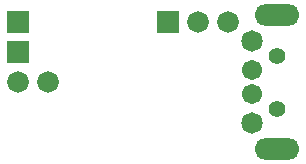
<source format=gbs>
G04 #@! TF.FileFunction,Soldermask,Bot*
%FSLAX46Y46*%
G04 Gerber Fmt 4.6, Leading zero omitted, Abs format (unit mm)*
G04 Created by KiCad (PCBNEW 4.0.2+dfsg1-stable) date Thu 01 Sep 2016 08:28:52 AM JST*
%MOMM*%
G01*
G04 APERTURE LIST*
%ADD10C,0.150000*%
%ADD11R,1.828800X1.828800*%
%ADD12C,1.828800*%
%ADD13O,3.804920X1.805940*%
%ADD14C,1.704340*%
%ADD15C,1.823720*%
%ADD16C,1.404620*%
G04 APERTURE END LIST*
D10*
D11*
X-7112000Y5080000D03*
D12*
X-4572000Y5080000D03*
X-2032000Y5080000D03*
X-19812000Y0D03*
X-17272000Y0D03*
D11*
X-19812000Y5080000D03*
X-19812000Y2540000D03*
D13*
X2100580Y5699760D03*
X2100580Y-5699760D03*
D14*
X0Y-1000760D03*
X0Y1000760D03*
D15*
X0Y-3500120D03*
X0Y3500120D03*
D16*
X2100580Y-2250440D03*
X2100580Y2250440D03*
M02*

</source>
